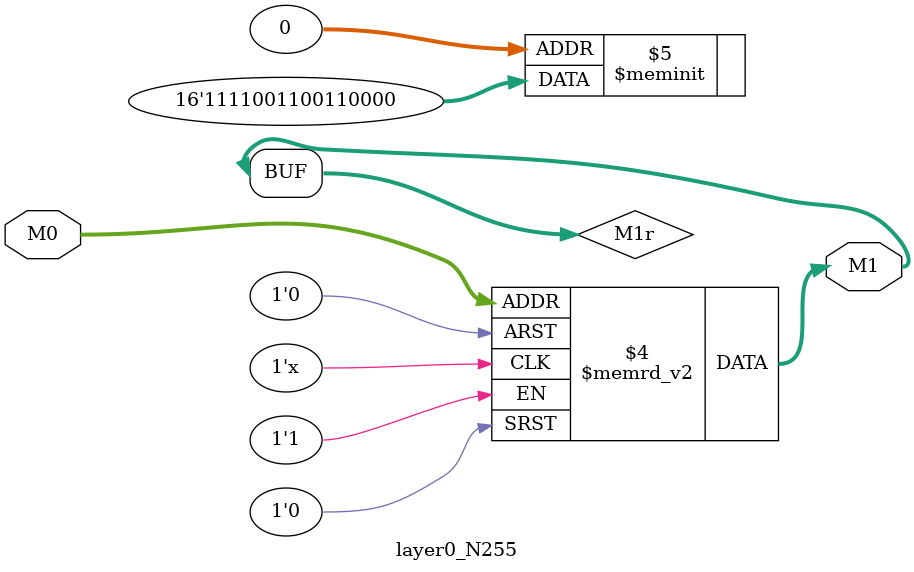
<source format=v>
module layer0_N255 ( input [2:0] M0, output [1:0] M1 );

	(*rom_style = "distributed" *) reg [1:0] M1r;
	assign M1 = M1r;
	always @ (M0) begin
		case (M0)
			3'b000: M1r = 2'b00;
			3'b100: M1r = 2'b11;
			3'b010: M1r = 2'b11;
			3'b110: M1r = 2'b11;
			3'b001: M1r = 2'b00;
			3'b101: M1r = 2'b00;
			3'b011: M1r = 2'b00;
			3'b111: M1r = 2'b11;

		endcase
	end
endmodule

</source>
